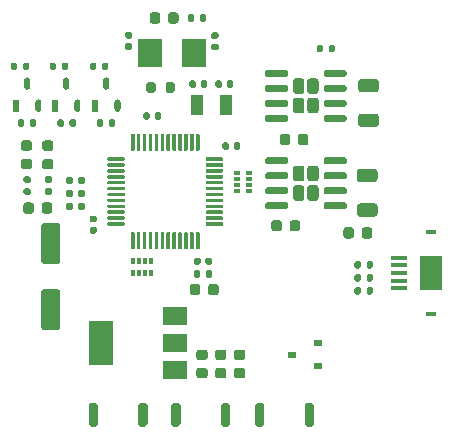
<source format=gbr>
G04 #@! TF.GenerationSoftware,KiCad,Pcbnew,(5.1.7)-1*
G04 #@! TF.CreationDate,2020-12-09T20:39:25+01:00*
G04 #@! TF.ProjectId,Stepper Servo,53746570-7065-4722-9053-6572766f2e6b,v1.0*
G04 #@! TF.SameCoordinates,Original*
G04 #@! TF.FileFunction,Paste,Top*
G04 #@! TF.FilePolarity,Positive*
%FSLAX46Y46*%
G04 Gerber Fmt 4.6, Leading zero omitted, Abs format (unit mm)*
G04 Created by KiCad (PCBNEW (5.1.7)-1) date 2020-12-09 20:39:25*
%MOMM*%
%LPD*%
G01*
G04 APERTURE LIST*
%ADD10R,1.350000X0.400000*%
%ADD11R,1.900000X2.900000*%
%ADD12R,0.850000X0.300000*%
%ADD13R,0.750001X0.599999*%
%ADD14R,0.537986X1.074609*%
%ADD15R,0.400000X0.500000*%
%ADD16R,0.300000X0.500000*%
%ADD17R,0.500000X0.400000*%
%ADD18R,0.500000X0.300000*%
%ADD19R,2.000000X3.800000*%
%ADD20R,2.000000X1.500000*%
%ADD21R,1.000000X1.800000*%
%ADD22R,2.000000X2.400000*%
G04 APERTURE END LIST*
G36*
G01*
X176450000Y-80550000D02*
X177550000Y-80550000D01*
G75*
G02*
X177800000Y-80800000I0J-250000D01*
G01*
X177800000Y-83800000D01*
G75*
G02*
X177550000Y-84050000I-250000J0D01*
G01*
X176450000Y-84050000D01*
G75*
G02*
X176200000Y-83800000I0J250000D01*
G01*
X176200000Y-80800000D01*
G75*
G02*
X176450000Y-80550000I250000J0D01*
G01*
G37*
G36*
G01*
X176450000Y-74950000D02*
X177550000Y-74950000D01*
G75*
G02*
X177800000Y-75200000I0J-250000D01*
G01*
X177800000Y-78200000D01*
G75*
G02*
X177550000Y-78450000I-250000J0D01*
G01*
X176450000Y-78450000D01*
G75*
G02*
X176200000Y-78200000I0J250000D01*
G01*
X176200000Y-75200000D01*
G75*
G02*
X176450000Y-74950000I250000J0D01*
G01*
G37*
G36*
G01*
X178860000Y-73365000D02*
X178860000Y-73735000D01*
G75*
G02*
X178725000Y-73870000I-135000J0D01*
G01*
X178455000Y-73870000D01*
G75*
G02*
X178320000Y-73735000I0J135000D01*
G01*
X178320000Y-73365000D01*
G75*
G02*
X178455000Y-73230000I135000J0D01*
G01*
X178725000Y-73230000D01*
G75*
G02*
X178860000Y-73365000I0J-135000D01*
G01*
G37*
G36*
G01*
X179880000Y-73365000D02*
X179880000Y-73735000D01*
G75*
G02*
X179745000Y-73870000I-135000J0D01*
G01*
X179475000Y-73870000D01*
G75*
G02*
X179340000Y-73735000I0J135000D01*
G01*
X179340000Y-73365000D01*
G75*
G02*
X179475000Y-73230000I135000J0D01*
G01*
X179745000Y-73230000D01*
G75*
G02*
X179880000Y-73365000I0J-135000D01*
G01*
G37*
G36*
G01*
X179340000Y-71535000D02*
X179340000Y-71165000D01*
G75*
G02*
X179475000Y-71030000I135000J0D01*
G01*
X179745000Y-71030000D01*
G75*
G02*
X179880000Y-71165000I0J-135000D01*
G01*
X179880000Y-71535000D01*
G75*
G02*
X179745000Y-71670000I-135000J0D01*
G01*
X179475000Y-71670000D01*
G75*
G02*
X179340000Y-71535000I0J135000D01*
G01*
G37*
G36*
G01*
X178320000Y-71535000D02*
X178320000Y-71165000D01*
G75*
G02*
X178455000Y-71030000I135000J0D01*
G01*
X178725000Y-71030000D01*
G75*
G02*
X178860000Y-71165000I0J-135000D01*
G01*
X178860000Y-71535000D01*
G75*
G02*
X178725000Y-71670000I-135000J0D01*
G01*
X178455000Y-71670000D01*
G75*
G02*
X178320000Y-71535000I0J135000D01*
G01*
G37*
G36*
G01*
X179340000Y-72635000D02*
X179340000Y-72265000D01*
G75*
G02*
X179475000Y-72130000I135000J0D01*
G01*
X179745000Y-72130000D01*
G75*
G02*
X179880000Y-72265000I0J-135000D01*
G01*
X179880000Y-72635000D01*
G75*
G02*
X179745000Y-72770000I-135000J0D01*
G01*
X179475000Y-72770000D01*
G75*
G02*
X179340000Y-72635000I0J135000D01*
G01*
G37*
G36*
G01*
X178320000Y-72635000D02*
X178320000Y-72265000D01*
G75*
G02*
X178455000Y-72130000I135000J0D01*
G01*
X178725000Y-72130000D01*
G75*
G02*
X178860000Y-72265000I0J-135000D01*
G01*
X178860000Y-72635000D01*
G75*
G02*
X178725000Y-72770000I-135000J0D01*
G01*
X178455000Y-72770000D01*
G75*
G02*
X178320000Y-72635000I0J135000D01*
G01*
G37*
G36*
G01*
X177006250Y-68850000D02*
X176493750Y-68850000D01*
G75*
G02*
X176275000Y-68631250I0J218750D01*
G01*
X176275000Y-68193750D01*
G75*
G02*
X176493750Y-67975000I218750J0D01*
G01*
X177006250Y-67975000D01*
G75*
G02*
X177225000Y-68193750I0J-218750D01*
G01*
X177225000Y-68631250D01*
G75*
G02*
X177006250Y-68850000I-218750J0D01*
G01*
G37*
G36*
G01*
X177006250Y-70425000D02*
X176493750Y-70425000D01*
G75*
G02*
X176275000Y-70206250I0J218750D01*
G01*
X176275000Y-69768750D01*
G75*
G02*
X176493750Y-69550000I218750J0D01*
G01*
X177006250Y-69550000D01*
G75*
G02*
X177225000Y-69768750I0J-218750D01*
G01*
X177225000Y-70206250D01*
G75*
G02*
X177006250Y-70425000I-218750J0D01*
G01*
G37*
G36*
G01*
X174693750Y-69550000D02*
X175206250Y-69550000D01*
G75*
G02*
X175425000Y-69768750I0J-218750D01*
G01*
X175425000Y-70206250D01*
G75*
G02*
X175206250Y-70425000I-218750J0D01*
G01*
X174693750Y-70425000D01*
G75*
G02*
X174475000Y-70206250I0J218750D01*
G01*
X174475000Y-69768750D01*
G75*
G02*
X174693750Y-69550000I218750J0D01*
G01*
G37*
G36*
G01*
X174693750Y-67975000D02*
X175206250Y-67975000D01*
G75*
G02*
X175425000Y-68193750I0J-218750D01*
G01*
X175425000Y-68631250D01*
G75*
G02*
X175206250Y-68850000I-218750J0D01*
G01*
X174693750Y-68850000D01*
G75*
G02*
X174475000Y-68631250I0J218750D01*
G01*
X174475000Y-68193750D01*
G75*
G02*
X174693750Y-67975000I218750J0D01*
G01*
G37*
G36*
G01*
X194300000Y-92000000D02*
X194300000Y-90400000D01*
G75*
G02*
X194500000Y-90200000I200000J0D01*
G01*
X194900000Y-90200000D01*
G75*
G02*
X195100000Y-90400000I0J-200000D01*
G01*
X195100000Y-92000000D01*
G75*
G02*
X194900000Y-92200000I-200000J0D01*
G01*
X194500000Y-92200000D01*
G75*
G02*
X194300000Y-92000000I0J200000D01*
G01*
G37*
G36*
G01*
X198500000Y-92000000D02*
X198500000Y-90400000D01*
G75*
G02*
X198700000Y-90200000I200000J0D01*
G01*
X199100000Y-90200000D01*
G75*
G02*
X199300000Y-90400000I0J-200000D01*
G01*
X199300000Y-92000000D01*
G75*
G02*
X199100000Y-92200000I-200000J0D01*
G01*
X198700000Y-92200000D01*
G75*
G02*
X198500000Y-92000000I0J200000D01*
G01*
G37*
G36*
G01*
X187200000Y-92000000D02*
X187200000Y-90400000D01*
G75*
G02*
X187400000Y-90200000I200000J0D01*
G01*
X187800000Y-90200000D01*
G75*
G02*
X188000000Y-90400000I0J-200000D01*
G01*
X188000000Y-92000000D01*
G75*
G02*
X187800000Y-92200000I-200000J0D01*
G01*
X187400000Y-92200000D01*
G75*
G02*
X187200000Y-92000000I0J200000D01*
G01*
G37*
G36*
G01*
X191400000Y-92000000D02*
X191400000Y-90400000D01*
G75*
G02*
X191600000Y-90200000I200000J0D01*
G01*
X192000000Y-90200000D01*
G75*
G02*
X192200000Y-90400000I0J-200000D01*
G01*
X192200000Y-92000000D01*
G75*
G02*
X192000000Y-92200000I-200000J0D01*
G01*
X191600000Y-92200000D01*
G75*
G02*
X191400000Y-92000000I0J200000D01*
G01*
G37*
G36*
G01*
X185200000Y-90400000D02*
X185200000Y-92000000D01*
G75*
G02*
X185000000Y-92200000I-200000J0D01*
G01*
X184600000Y-92200000D01*
G75*
G02*
X184400000Y-92000000I0J200000D01*
G01*
X184400000Y-90400000D01*
G75*
G02*
X184600000Y-90200000I200000J0D01*
G01*
X185000000Y-90200000D01*
G75*
G02*
X185200000Y-90400000I0J-200000D01*
G01*
G37*
G36*
G01*
X181000000Y-90400000D02*
X181000000Y-92000000D01*
G75*
G02*
X180800000Y-92200000I-200000J0D01*
G01*
X180400000Y-92200000D01*
G75*
G02*
X180200000Y-92000000I0J200000D01*
G01*
X180200000Y-90400000D01*
G75*
G02*
X180400000Y-90200000I200000J0D01*
G01*
X180800000Y-90200000D01*
G75*
G02*
X181000000Y-90400000I0J-200000D01*
G01*
G37*
G36*
G01*
X174640000Y-61885000D02*
X174640000Y-61515000D01*
G75*
G02*
X174775000Y-61380000I135000J0D01*
G01*
X175045000Y-61380000D01*
G75*
G02*
X175180000Y-61515000I0J-135000D01*
G01*
X175180000Y-61885000D01*
G75*
G02*
X175045000Y-62020000I-135000J0D01*
G01*
X174775000Y-62020000D01*
G75*
G02*
X174640000Y-61885000I0J135000D01*
G01*
G37*
G36*
G01*
X173620000Y-61885000D02*
X173620000Y-61515000D01*
G75*
G02*
X173755000Y-61380000I135000J0D01*
G01*
X174025000Y-61380000D01*
G75*
G02*
X174160000Y-61515000I0J-135000D01*
G01*
X174160000Y-61885000D01*
G75*
G02*
X174025000Y-62020000I-135000J0D01*
G01*
X173755000Y-62020000D01*
G75*
G02*
X173620000Y-61885000I0J135000D01*
G01*
G37*
G36*
G01*
X175240000Y-66685000D02*
X175240000Y-66315000D01*
G75*
G02*
X175375000Y-66180000I135000J0D01*
G01*
X175645000Y-66180000D01*
G75*
G02*
X175780000Y-66315000I0J-135000D01*
G01*
X175780000Y-66685000D01*
G75*
G02*
X175645000Y-66820000I-135000J0D01*
G01*
X175375000Y-66820000D01*
G75*
G02*
X175240000Y-66685000I0J135000D01*
G01*
G37*
G36*
G01*
X174220000Y-66685000D02*
X174220000Y-66315000D01*
G75*
G02*
X174355000Y-66180000I135000J0D01*
G01*
X174625000Y-66180000D01*
G75*
G02*
X174760000Y-66315000I0J-135000D01*
G01*
X174760000Y-66685000D01*
G75*
G02*
X174625000Y-66820000I-135000J0D01*
G01*
X174355000Y-66820000D01*
G75*
G02*
X174220000Y-66685000I0J135000D01*
G01*
G37*
G36*
G01*
X181340000Y-61885000D02*
X181340000Y-61515000D01*
G75*
G02*
X181475000Y-61380000I135000J0D01*
G01*
X181745000Y-61380000D01*
G75*
G02*
X181880000Y-61515000I0J-135000D01*
G01*
X181880000Y-61885000D01*
G75*
G02*
X181745000Y-62020000I-135000J0D01*
G01*
X181475000Y-62020000D01*
G75*
G02*
X181340000Y-61885000I0J135000D01*
G01*
G37*
G36*
G01*
X180320000Y-61885000D02*
X180320000Y-61515000D01*
G75*
G02*
X180455000Y-61380000I135000J0D01*
G01*
X180725000Y-61380000D01*
G75*
G02*
X180860000Y-61515000I0J-135000D01*
G01*
X180860000Y-61885000D01*
G75*
G02*
X180725000Y-62020000I-135000J0D01*
G01*
X180455000Y-62020000D01*
G75*
G02*
X180320000Y-61885000I0J135000D01*
G01*
G37*
G36*
G01*
X181940000Y-66685000D02*
X181940000Y-66315000D01*
G75*
G02*
X182075000Y-66180000I135000J0D01*
G01*
X182345000Y-66180000D01*
G75*
G02*
X182480000Y-66315000I0J-135000D01*
G01*
X182480000Y-66685000D01*
G75*
G02*
X182345000Y-66820000I-135000J0D01*
G01*
X182075000Y-66820000D01*
G75*
G02*
X181940000Y-66685000I0J135000D01*
G01*
G37*
G36*
G01*
X180920000Y-66685000D02*
X180920000Y-66315000D01*
G75*
G02*
X181055000Y-66180000I135000J0D01*
G01*
X181325000Y-66180000D01*
G75*
G02*
X181460000Y-66315000I0J-135000D01*
G01*
X181460000Y-66685000D01*
G75*
G02*
X181325000Y-66820000I-135000J0D01*
G01*
X181055000Y-66820000D01*
G75*
G02*
X180920000Y-66685000I0J135000D01*
G01*
G37*
G36*
G01*
X177940000Y-61885000D02*
X177940000Y-61515000D01*
G75*
G02*
X178075000Y-61380000I135000J0D01*
G01*
X178345000Y-61380000D01*
G75*
G02*
X178480000Y-61515000I0J-135000D01*
G01*
X178480000Y-61885000D01*
G75*
G02*
X178345000Y-62020000I-135000J0D01*
G01*
X178075000Y-62020000D01*
G75*
G02*
X177940000Y-61885000I0J135000D01*
G01*
G37*
G36*
G01*
X176920000Y-61885000D02*
X176920000Y-61515000D01*
G75*
G02*
X177055000Y-61380000I135000J0D01*
G01*
X177325000Y-61380000D01*
G75*
G02*
X177460000Y-61515000I0J-135000D01*
G01*
X177460000Y-61885000D01*
G75*
G02*
X177325000Y-62020000I-135000J0D01*
G01*
X177055000Y-62020000D01*
G75*
G02*
X176920000Y-61885000I0J135000D01*
G01*
G37*
G36*
G01*
X178590000Y-66685000D02*
X178590000Y-66315000D01*
G75*
G02*
X178725000Y-66180000I135000J0D01*
G01*
X178995000Y-66180000D01*
G75*
G02*
X179130000Y-66315000I0J-135000D01*
G01*
X179130000Y-66685000D01*
G75*
G02*
X178995000Y-66820000I-135000J0D01*
G01*
X178725000Y-66820000D01*
G75*
G02*
X178590000Y-66685000I0J135000D01*
G01*
G37*
G36*
G01*
X177570000Y-66685000D02*
X177570000Y-66315000D01*
G75*
G02*
X177705000Y-66180000I135000J0D01*
G01*
X177975000Y-66180000D01*
G75*
G02*
X178110000Y-66315000I0J-135000D01*
G01*
X178110000Y-66685000D01*
G75*
G02*
X177975000Y-66820000I-135000J0D01*
G01*
X177705000Y-66820000D01*
G75*
G02*
X177570000Y-66685000I0J135000D01*
G01*
G37*
G36*
G01*
X189160000Y-57415000D02*
X189160000Y-57785000D01*
G75*
G02*
X189025000Y-57920000I-135000J0D01*
G01*
X188755000Y-57920000D01*
G75*
G02*
X188620000Y-57785000I0J135000D01*
G01*
X188620000Y-57415000D01*
G75*
G02*
X188755000Y-57280000I135000J0D01*
G01*
X189025000Y-57280000D01*
G75*
G02*
X189160000Y-57415000I0J-135000D01*
G01*
G37*
G36*
G01*
X190180000Y-57415000D02*
X190180000Y-57785000D01*
G75*
G02*
X190045000Y-57920000I-135000J0D01*
G01*
X189775000Y-57920000D01*
G75*
G02*
X189640000Y-57785000I0J135000D01*
G01*
X189640000Y-57415000D01*
G75*
G02*
X189775000Y-57280000I135000J0D01*
G01*
X190045000Y-57280000D01*
G75*
G02*
X190180000Y-57415000I0J-135000D01*
G01*
G37*
G36*
G01*
X176985000Y-71560000D02*
X176615000Y-71560000D01*
G75*
G02*
X176480000Y-71425000I0J135000D01*
G01*
X176480000Y-71155000D01*
G75*
G02*
X176615000Y-71020000I135000J0D01*
G01*
X176985000Y-71020000D01*
G75*
G02*
X177120000Y-71155000I0J-135000D01*
G01*
X177120000Y-71425000D01*
G75*
G02*
X176985000Y-71560000I-135000J0D01*
G01*
G37*
G36*
G01*
X176985000Y-72580000D02*
X176615000Y-72580000D01*
G75*
G02*
X176480000Y-72445000I0J135000D01*
G01*
X176480000Y-72175000D01*
G75*
G02*
X176615000Y-72040000I135000J0D01*
G01*
X176985000Y-72040000D01*
G75*
G02*
X177120000Y-72175000I0J-135000D01*
G01*
X177120000Y-72445000D01*
G75*
G02*
X176985000Y-72580000I-135000J0D01*
G01*
G37*
G36*
G01*
X174815000Y-72040000D02*
X175185000Y-72040000D01*
G75*
G02*
X175320000Y-72175000I0J-135000D01*
G01*
X175320000Y-72445000D01*
G75*
G02*
X175185000Y-72580000I-135000J0D01*
G01*
X174815000Y-72580000D01*
G75*
G02*
X174680000Y-72445000I0J135000D01*
G01*
X174680000Y-72175000D01*
G75*
G02*
X174815000Y-72040000I135000J0D01*
G01*
G37*
G36*
G01*
X174815000Y-71020000D02*
X175185000Y-71020000D01*
G75*
G02*
X175320000Y-71155000I0J-135000D01*
G01*
X175320000Y-71425000D01*
G75*
G02*
X175185000Y-71560000I-135000J0D01*
G01*
X174815000Y-71560000D01*
G75*
G02*
X174680000Y-71425000I0J135000D01*
G01*
X174680000Y-71155000D01*
G75*
G02*
X174815000Y-71020000I135000J0D01*
G01*
G37*
G36*
G01*
X190140000Y-79485000D02*
X190140000Y-79115000D01*
G75*
G02*
X190275000Y-78980000I135000J0D01*
G01*
X190545000Y-78980000D01*
G75*
G02*
X190680000Y-79115000I0J-135000D01*
G01*
X190680000Y-79485000D01*
G75*
G02*
X190545000Y-79620000I-135000J0D01*
G01*
X190275000Y-79620000D01*
G75*
G02*
X190140000Y-79485000I0J135000D01*
G01*
G37*
G36*
G01*
X189120000Y-79485000D02*
X189120000Y-79115000D01*
G75*
G02*
X189255000Y-78980000I135000J0D01*
G01*
X189525000Y-78980000D01*
G75*
G02*
X189660000Y-79115000I0J-135000D01*
G01*
X189660000Y-79485000D01*
G75*
G02*
X189525000Y-79620000I-135000J0D01*
G01*
X189255000Y-79620000D01*
G75*
G02*
X189120000Y-79485000I0J135000D01*
G01*
G37*
G36*
G01*
X200540000Y-60385000D02*
X200540000Y-60015000D01*
G75*
G02*
X200675000Y-59880000I135000J0D01*
G01*
X200945000Y-59880000D01*
G75*
G02*
X201080000Y-60015000I0J-135000D01*
G01*
X201080000Y-60385000D01*
G75*
G02*
X200945000Y-60520000I-135000J0D01*
G01*
X200675000Y-60520000D01*
G75*
G02*
X200540000Y-60385000I0J135000D01*
G01*
G37*
G36*
G01*
X199520000Y-60385000D02*
X199520000Y-60015000D01*
G75*
G02*
X199655000Y-59880000I135000J0D01*
G01*
X199925000Y-59880000D01*
G75*
G02*
X200060000Y-60015000I0J-135000D01*
G01*
X200060000Y-60385000D01*
G75*
G02*
X199925000Y-60520000I-135000J0D01*
G01*
X199655000Y-60520000D01*
G75*
G02*
X199520000Y-60385000I0J135000D01*
G01*
G37*
G36*
G01*
X183770000Y-59350000D02*
X183430000Y-59350000D01*
G75*
G02*
X183290000Y-59210000I0J140000D01*
G01*
X183290000Y-58930000D01*
G75*
G02*
X183430000Y-58790000I140000J0D01*
G01*
X183770000Y-58790000D01*
G75*
G02*
X183910000Y-58930000I0J-140000D01*
G01*
X183910000Y-59210000D01*
G75*
G02*
X183770000Y-59350000I-140000J0D01*
G01*
G37*
G36*
G01*
X183770000Y-60310000D02*
X183430000Y-60310000D01*
G75*
G02*
X183290000Y-60170000I0J140000D01*
G01*
X183290000Y-59890000D01*
G75*
G02*
X183430000Y-59750000I140000J0D01*
G01*
X183770000Y-59750000D01*
G75*
G02*
X183910000Y-59890000I0J-140000D01*
G01*
X183910000Y-60170000D01*
G75*
G02*
X183770000Y-60310000I-140000J0D01*
G01*
G37*
G36*
G01*
X191070000Y-59380000D02*
X190730000Y-59380000D01*
G75*
G02*
X190590000Y-59240000I0J140000D01*
G01*
X190590000Y-58960000D01*
G75*
G02*
X190730000Y-58820000I140000J0D01*
G01*
X191070000Y-58820000D01*
G75*
G02*
X191210000Y-58960000I0J-140000D01*
G01*
X191210000Y-59240000D01*
G75*
G02*
X191070000Y-59380000I-140000J0D01*
G01*
G37*
G36*
G01*
X191070000Y-60340000D02*
X190730000Y-60340000D01*
G75*
G02*
X190590000Y-60200000I0J140000D01*
G01*
X190590000Y-59920000D01*
G75*
G02*
X190730000Y-59780000I140000J0D01*
G01*
X191070000Y-59780000D01*
G75*
G02*
X191210000Y-59920000I0J-140000D01*
G01*
X191210000Y-60200000D01*
G75*
G02*
X191070000Y-60340000I-140000J0D01*
G01*
G37*
G36*
G01*
X203260000Y-80515000D02*
X203260000Y-80885000D01*
G75*
G02*
X203125000Y-81020000I-135000J0D01*
G01*
X202855000Y-81020000D01*
G75*
G02*
X202720000Y-80885000I0J135000D01*
G01*
X202720000Y-80515000D01*
G75*
G02*
X202855000Y-80380000I135000J0D01*
G01*
X203125000Y-80380000D01*
G75*
G02*
X203260000Y-80515000I0J-135000D01*
G01*
G37*
G36*
G01*
X204280000Y-80515000D02*
X204280000Y-80885000D01*
G75*
G02*
X204145000Y-81020000I-135000J0D01*
G01*
X203875000Y-81020000D01*
G75*
G02*
X203740000Y-80885000I0J135000D01*
G01*
X203740000Y-80515000D01*
G75*
G02*
X203875000Y-80380000I135000J0D01*
G01*
X204145000Y-80380000D01*
G75*
G02*
X204280000Y-80515000I0J-135000D01*
G01*
G37*
G36*
G01*
X203740000Y-79785000D02*
X203740000Y-79415000D01*
G75*
G02*
X203875000Y-79280000I135000J0D01*
G01*
X204145000Y-79280000D01*
G75*
G02*
X204280000Y-79415000I0J-135000D01*
G01*
X204280000Y-79785000D01*
G75*
G02*
X204145000Y-79920000I-135000J0D01*
G01*
X203875000Y-79920000D01*
G75*
G02*
X203740000Y-79785000I0J135000D01*
G01*
G37*
G36*
G01*
X202720000Y-79785000D02*
X202720000Y-79415000D01*
G75*
G02*
X202855000Y-79280000I135000J0D01*
G01*
X203125000Y-79280000D01*
G75*
G02*
X203260000Y-79415000I0J-135000D01*
G01*
X203260000Y-79785000D01*
G75*
G02*
X203125000Y-79920000I-135000J0D01*
G01*
X202855000Y-79920000D01*
G75*
G02*
X202720000Y-79785000I0J135000D01*
G01*
G37*
G36*
G01*
X203260000Y-78315000D02*
X203260000Y-78685000D01*
G75*
G02*
X203125000Y-78820000I-135000J0D01*
G01*
X202855000Y-78820000D01*
G75*
G02*
X202720000Y-78685000I0J135000D01*
G01*
X202720000Y-78315000D01*
G75*
G02*
X202855000Y-78180000I135000J0D01*
G01*
X203125000Y-78180000D01*
G75*
G02*
X203260000Y-78315000I0J-135000D01*
G01*
G37*
G36*
G01*
X204280000Y-78315000D02*
X204280000Y-78685000D01*
G75*
G02*
X204145000Y-78820000I-135000J0D01*
G01*
X203875000Y-78820000D01*
G75*
G02*
X203740000Y-78685000I0J135000D01*
G01*
X203740000Y-78315000D01*
G75*
G02*
X203875000Y-78180000I135000J0D01*
G01*
X204145000Y-78180000D01*
G75*
G02*
X204280000Y-78315000I0J-135000D01*
G01*
G37*
G36*
G01*
X190100000Y-78370000D02*
X190100000Y-78030000D01*
G75*
G02*
X190240000Y-77890000I140000J0D01*
G01*
X190520000Y-77890000D01*
G75*
G02*
X190660000Y-78030000I0J-140000D01*
G01*
X190660000Y-78370000D01*
G75*
G02*
X190520000Y-78510000I-140000J0D01*
G01*
X190240000Y-78510000D01*
G75*
G02*
X190100000Y-78370000I0J140000D01*
G01*
G37*
G36*
G01*
X189140000Y-78370000D02*
X189140000Y-78030000D01*
G75*
G02*
X189280000Y-77890000I140000J0D01*
G01*
X189560000Y-77890000D01*
G75*
G02*
X189700000Y-78030000I0J-140000D01*
G01*
X189700000Y-78370000D01*
G75*
G02*
X189560000Y-78510000I-140000J0D01*
G01*
X189280000Y-78510000D01*
G75*
G02*
X189140000Y-78370000I0J140000D01*
G01*
G37*
G36*
G01*
X185400000Y-65730000D02*
X185400000Y-66070000D01*
G75*
G02*
X185260000Y-66210000I-140000J0D01*
G01*
X184980000Y-66210000D01*
G75*
G02*
X184840000Y-66070000I0J140000D01*
G01*
X184840000Y-65730000D01*
G75*
G02*
X184980000Y-65590000I140000J0D01*
G01*
X185260000Y-65590000D01*
G75*
G02*
X185400000Y-65730000I0J-140000D01*
G01*
G37*
G36*
G01*
X186360000Y-65730000D02*
X186360000Y-66070000D01*
G75*
G02*
X186220000Y-66210000I-140000J0D01*
G01*
X185940000Y-66210000D01*
G75*
G02*
X185800000Y-66070000I0J140000D01*
G01*
X185800000Y-65730000D01*
G75*
G02*
X185940000Y-65590000I140000J0D01*
G01*
X186220000Y-65590000D01*
G75*
G02*
X186360000Y-65730000I0J-140000D01*
G01*
G37*
G36*
G01*
X192100000Y-68280000D02*
X192100000Y-68620000D01*
G75*
G02*
X191960000Y-68760000I-140000J0D01*
G01*
X191680000Y-68760000D01*
G75*
G02*
X191540000Y-68620000I0J140000D01*
G01*
X191540000Y-68280000D01*
G75*
G02*
X191680000Y-68140000I140000J0D01*
G01*
X191960000Y-68140000D01*
G75*
G02*
X192100000Y-68280000I0J-140000D01*
G01*
G37*
G36*
G01*
X193060000Y-68280000D02*
X193060000Y-68620000D01*
G75*
G02*
X192920000Y-68760000I-140000J0D01*
G01*
X192640000Y-68760000D01*
G75*
G02*
X192500000Y-68620000I0J140000D01*
G01*
X192500000Y-68280000D01*
G75*
G02*
X192640000Y-68140000I140000J0D01*
G01*
X192920000Y-68140000D01*
G75*
G02*
X193060000Y-68280000I0J-140000D01*
G01*
G37*
G36*
G01*
X180430000Y-75300000D02*
X180770000Y-75300000D01*
G75*
G02*
X180910000Y-75440000I0J-140000D01*
G01*
X180910000Y-75720000D01*
G75*
G02*
X180770000Y-75860000I-140000J0D01*
G01*
X180430000Y-75860000D01*
G75*
G02*
X180290000Y-75720000I0J140000D01*
G01*
X180290000Y-75440000D01*
G75*
G02*
X180430000Y-75300000I140000J0D01*
G01*
G37*
G36*
G01*
X180430000Y-74340000D02*
X180770000Y-74340000D01*
G75*
G02*
X180910000Y-74480000I0J-140000D01*
G01*
X180910000Y-74760000D01*
G75*
G02*
X180770000Y-74900000I-140000J0D01*
G01*
X180430000Y-74900000D01*
G75*
G02*
X180290000Y-74760000I0J140000D01*
G01*
X180290000Y-74480000D01*
G75*
G02*
X180430000Y-74340000I140000J0D01*
G01*
G37*
D10*
X206525000Y-80500000D03*
X206525000Y-79850000D03*
X206525000Y-79200000D03*
X206525000Y-77900000D03*
X206525000Y-78550000D03*
D11*
X209200000Y-79200000D03*
D12*
X209200000Y-75700000D03*
X209200000Y-82700000D03*
G36*
G01*
X203325000Y-76050000D02*
X203325000Y-75550000D01*
G75*
G02*
X203550000Y-75325000I225000J0D01*
G01*
X204000000Y-75325000D01*
G75*
G02*
X204225000Y-75550000I0J-225000D01*
G01*
X204225000Y-76050000D01*
G75*
G02*
X204000000Y-76275000I-225000J0D01*
G01*
X203550000Y-76275000D01*
G75*
G02*
X203325000Y-76050000I0J225000D01*
G01*
G37*
G36*
G01*
X201775000Y-76050000D02*
X201775000Y-75550000D01*
G75*
G02*
X202000000Y-75325000I225000J0D01*
G01*
X202450000Y-75325000D01*
G75*
G02*
X202675000Y-75550000I0J-225000D01*
G01*
X202675000Y-76050000D01*
G75*
G02*
X202450000Y-76275000I-225000J0D01*
G01*
X202000000Y-76275000D01*
G75*
G02*
X201775000Y-76050000I0J225000D01*
G01*
G37*
G36*
G01*
X198825000Y-67650000D02*
X198825000Y-68150000D01*
G75*
G02*
X198600000Y-68375000I-225000J0D01*
G01*
X198150000Y-68375000D01*
G75*
G02*
X197925000Y-68150000I0J225000D01*
G01*
X197925000Y-67650000D01*
G75*
G02*
X198150000Y-67425000I225000J0D01*
G01*
X198600000Y-67425000D01*
G75*
G02*
X198825000Y-67650000I0J-225000D01*
G01*
G37*
G36*
G01*
X197275000Y-67650000D02*
X197275000Y-68150000D01*
G75*
G02*
X197050000Y-68375000I-225000J0D01*
G01*
X196600000Y-68375000D01*
G75*
G02*
X196375000Y-68150000I0J225000D01*
G01*
X196375000Y-67650000D01*
G75*
G02*
X196600000Y-67425000I225000J0D01*
G01*
X197050000Y-67425000D01*
G75*
G02*
X197275000Y-67650000I0J-225000D01*
G01*
G37*
G36*
G01*
X196575000Y-74950000D02*
X196575000Y-75450000D01*
G75*
G02*
X196350000Y-75675000I-225000J0D01*
G01*
X195900000Y-75675000D01*
G75*
G02*
X195675000Y-75450000I0J225000D01*
G01*
X195675000Y-74950000D01*
G75*
G02*
X195900000Y-74725000I225000J0D01*
G01*
X196350000Y-74725000D01*
G75*
G02*
X196575000Y-74950000I0J-225000D01*
G01*
G37*
G36*
G01*
X198125000Y-74950000D02*
X198125000Y-75450000D01*
G75*
G02*
X197900000Y-75675000I-225000J0D01*
G01*
X197450000Y-75675000D01*
G75*
G02*
X197225000Y-75450000I0J225000D01*
G01*
X197225000Y-74950000D01*
G75*
G02*
X197450000Y-74725000I225000J0D01*
G01*
X197900000Y-74725000D01*
G75*
G02*
X198125000Y-74950000I0J-225000D01*
G01*
G37*
G36*
G01*
X192460000Y-63030000D02*
X192460000Y-63370000D01*
G75*
G02*
X192320000Y-63510000I-140000J0D01*
G01*
X192040000Y-63510000D01*
G75*
G02*
X191900000Y-63370000I0J140000D01*
G01*
X191900000Y-63030000D01*
G75*
G02*
X192040000Y-62890000I140000J0D01*
G01*
X192320000Y-62890000D01*
G75*
G02*
X192460000Y-63030000I0J-140000D01*
G01*
G37*
G36*
G01*
X191500000Y-63030000D02*
X191500000Y-63370000D01*
G75*
G02*
X191360000Y-63510000I-140000J0D01*
G01*
X191080000Y-63510000D01*
G75*
G02*
X190940000Y-63370000I0J140000D01*
G01*
X190940000Y-63030000D01*
G75*
G02*
X191080000Y-62890000I140000J0D01*
G01*
X191360000Y-62890000D01*
G75*
G02*
X191500000Y-63030000I0J-140000D01*
G01*
G37*
G36*
G01*
X189700000Y-63370000D02*
X189700000Y-63030000D01*
G75*
G02*
X189840000Y-62890000I140000J0D01*
G01*
X190120000Y-62890000D01*
G75*
G02*
X190260000Y-63030000I0J-140000D01*
G01*
X190260000Y-63370000D01*
G75*
G02*
X190120000Y-63510000I-140000J0D01*
G01*
X189840000Y-63510000D01*
G75*
G02*
X189700000Y-63370000I0J140000D01*
G01*
G37*
G36*
G01*
X188740000Y-63370000D02*
X188740000Y-63030000D01*
G75*
G02*
X188880000Y-62890000I140000J0D01*
G01*
X189160000Y-62890000D01*
G75*
G02*
X189300000Y-63030000I0J-140000D01*
G01*
X189300000Y-63370000D01*
G75*
G02*
X189160000Y-63510000I-140000J0D01*
G01*
X188880000Y-63510000D01*
G75*
G02*
X188740000Y-63370000I0J140000D01*
G01*
G37*
G36*
G01*
X188775000Y-80850000D02*
X188775000Y-80350000D01*
G75*
G02*
X189000000Y-80125000I225000J0D01*
G01*
X189450000Y-80125000D01*
G75*
G02*
X189675000Y-80350000I0J-225000D01*
G01*
X189675000Y-80850000D01*
G75*
G02*
X189450000Y-81075000I-225000J0D01*
G01*
X189000000Y-81075000D01*
G75*
G02*
X188775000Y-80850000I0J225000D01*
G01*
G37*
G36*
G01*
X190325000Y-80850000D02*
X190325000Y-80350000D01*
G75*
G02*
X190550000Y-80125000I225000J0D01*
G01*
X191000000Y-80125000D01*
G75*
G02*
X191225000Y-80350000I0J-225000D01*
G01*
X191225000Y-80850000D01*
G75*
G02*
X191000000Y-81075000I-225000J0D01*
G01*
X190550000Y-81075000D01*
G75*
G02*
X190325000Y-80850000I0J225000D01*
G01*
G37*
G36*
G01*
X185375000Y-57850000D02*
X185375000Y-57350000D01*
G75*
G02*
X185600000Y-57125000I225000J0D01*
G01*
X186050000Y-57125000D01*
G75*
G02*
X186275000Y-57350000I0J-225000D01*
G01*
X186275000Y-57850000D01*
G75*
G02*
X186050000Y-58075000I-225000J0D01*
G01*
X185600000Y-58075000D01*
G75*
G02*
X185375000Y-57850000I0J225000D01*
G01*
G37*
G36*
G01*
X186925000Y-57850000D02*
X186925000Y-57350000D01*
G75*
G02*
X187150000Y-57125000I225000J0D01*
G01*
X187600000Y-57125000D01*
G75*
G02*
X187825000Y-57350000I0J-225000D01*
G01*
X187825000Y-57850000D01*
G75*
G02*
X187600000Y-58075000I-225000J0D01*
G01*
X187150000Y-58075000D01*
G75*
G02*
X186925000Y-57850000I0J225000D01*
G01*
G37*
G36*
G01*
X193250000Y-88125000D02*
X192750000Y-88125000D01*
G75*
G02*
X192525000Y-87900000I0J225000D01*
G01*
X192525000Y-87450000D01*
G75*
G02*
X192750000Y-87225000I225000J0D01*
G01*
X193250000Y-87225000D01*
G75*
G02*
X193475000Y-87450000I0J-225000D01*
G01*
X193475000Y-87900000D01*
G75*
G02*
X193250000Y-88125000I-225000J0D01*
G01*
G37*
G36*
G01*
X193250000Y-86575000D02*
X192750000Y-86575000D01*
G75*
G02*
X192525000Y-86350000I0J225000D01*
G01*
X192525000Y-85900000D01*
G75*
G02*
X192750000Y-85675000I225000J0D01*
G01*
X193250000Y-85675000D01*
G75*
G02*
X193475000Y-85900000I0J-225000D01*
G01*
X193475000Y-86350000D01*
G75*
G02*
X193250000Y-86575000I-225000J0D01*
G01*
G37*
G36*
G01*
X191650000Y-86575000D02*
X191150000Y-86575000D01*
G75*
G02*
X190925000Y-86350000I0J225000D01*
G01*
X190925000Y-85900000D01*
G75*
G02*
X191150000Y-85675000I225000J0D01*
G01*
X191650000Y-85675000D01*
G75*
G02*
X191875000Y-85900000I0J-225000D01*
G01*
X191875000Y-86350000D01*
G75*
G02*
X191650000Y-86575000I-225000J0D01*
G01*
G37*
G36*
G01*
X191650000Y-88125000D02*
X191150000Y-88125000D01*
G75*
G02*
X190925000Y-87900000I0J225000D01*
G01*
X190925000Y-87450000D01*
G75*
G02*
X191150000Y-87225000I225000J0D01*
G01*
X191650000Y-87225000D01*
G75*
G02*
X191875000Y-87450000I0J-225000D01*
G01*
X191875000Y-87900000D01*
G75*
G02*
X191650000Y-88125000I-225000J0D01*
G01*
G37*
G36*
G01*
X175575000Y-73450000D02*
X175575000Y-73950000D01*
G75*
G02*
X175350000Y-74175000I-225000J0D01*
G01*
X174900000Y-74175000D01*
G75*
G02*
X174675000Y-73950000I0J225000D01*
G01*
X174675000Y-73450000D01*
G75*
G02*
X174900000Y-73225000I225000J0D01*
G01*
X175350000Y-73225000D01*
G75*
G02*
X175575000Y-73450000I0J-225000D01*
G01*
G37*
G36*
G01*
X177125000Y-73450000D02*
X177125000Y-73950000D01*
G75*
G02*
X176900000Y-74175000I-225000J0D01*
G01*
X176450000Y-74175000D01*
G75*
G02*
X176225000Y-73950000I0J225000D01*
G01*
X176225000Y-73450000D01*
G75*
G02*
X176450000Y-73225000I225000J0D01*
G01*
X176900000Y-73225000D01*
G75*
G02*
X177125000Y-73450000I0J-225000D01*
G01*
G37*
G36*
G01*
X190050000Y-88125000D02*
X189550000Y-88125000D01*
G75*
G02*
X189325000Y-87900000I0J225000D01*
G01*
X189325000Y-87450000D01*
G75*
G02*
X189550000Y-87225000I225000J0D01*
G01*
X190050000Y-87225000D01*
G75*
G02*
X190275000Y-87450000I0J-225000D01*
G01*
X190275000Y-87900000D01*
G75*
G02*
X190050000Y-88125000I-225000J0D01*
G01*
G37*
G36*
G01*
X190050000Y-86575000D02*
X189550000Y-86575000D01*
G75*
G02*
X189325000Y-86350000I0J225000D01*
G01*
X189325000Y-85900000D01*
G75*
G02*
X189550000Y-85675000I225000J0D01*
G01*
X190050000Y-85675000D01*
G75*
G02*
X190275000Y-85900000I0J-225000D01*
G01*
X190275000Y-86350000D01*
G75*
G02*
X190050000Y-86575000I-225000J0D01*
G01*
G37*
D13*
X199650000Y-87050001D03*
X199650000Y-85150002D03*
X197450000Y-86100001D03*
G36*
G01*
X178300000Y-63702304D02*
X178300000Y-63702304D01*
G75*
G02*
X178031007Y-63433311I0J268993D01*
G01*
X178031007Y-62896689D01*
G75*
G02*
X178300000Y-62627696I268993J0D01*
G01*
X178300000Y-62627696D01*
G75*
G02*
X178568993Y-62896689I0J-268993D01*
G01*
X178568993Y-63433311D01*
G75*
G02*
X178300000Y-63702304I-268993J0D01*
G01*
G37*
G36*
G01*
X179250000Y-65572303D02*
X179250000Y-65572303D01*
G75*
G02*
X178981007Y-65303310I0J268993D01*
G01*
X178981007Y-64766688D01*
G75*
G02*
X179250000Y-64497695I268993J0D01*
G01*
X179250000Y-64497695D01*
G75*
G02*
X179518993Y-64766688I0J-268993D01*
G01*
X179518993Y-65303310D01*
G75*
G02*
X179250000Y-65572303I-268993J0D01*
G01*
G37*
D14*
X177350000Y-65035000D03*
X180750000Y-65035000D03*
G36*
G01*
X182650000Y-65572303D02*
X182650000Y-65572303D01*
G75*
G02*
X182381007Y-65303310I0J268993D01*
G01*
X182381007Y-64766688D01*
G75*
G02*
X182650000Y-64497695I268993J0D01*
G01*
X182650000Y-64497695D01*
G75*
G02*
X182918993Y-64766688I0J-268993D01*
G01*
X182918993Y-65303310D01*
G75*
G02*
X182650000Y-65572303I-268993J0D01*
G01*
G37*
G36*
G01*
X181700000Y-63702304D02*
X181700000Y-63702304D01*
G75*
G02*
X181431007Y-63433311I0J268993D01*
G01*
X181431007Y-62896689D01*
G75*
G02*
X181700000Y-62627696I268993J0D01*
G01*
X181700000Y-62627696D01*
G75*
G02*
X181968993Y-62896689I0J-268993D01*
G01*
X181968993Y-63433311D01*
G75*
G02*
X181700000Y-63702304I-268993J0D01*
G01*
G37*
X174050000Y-65035000D03*
G36*
G01*
X175950000Y-65572303D02*
X175950000Y-65572303D01*
G75*
G02*
X175681007Y-65303310I0J268993D01*
G01*
X175681007Y-64766688D01*
G75*
G02*
X175950000Y-64497695I268993J0D01*
G01*
X175950000Y-64497695D01*
G75*
G02*
X176218993Y-64766688I0J-268993D01*
G01*
X176218993Y-65303310D01*
G75*
G02*
X175950000Y-65572303I-268993J0D01*
G01*
G37*
G36*
G01*
X175000000Y-63702304D02*
X175000000Y-63702304D01*
G75*
G02*
X174731007Y-63433311I0J268993D01*
G01*
X174731007Y-62896689D01*
G75*
G02*
X175000000Y-62627696I268993J0D01*
G01*
X175000000Y-62627696D01*
G75*
G02*
X175268993Y-62896689I0J-268993D01*
G01*
X175268993Y-63433311D01*
G75*
G02*
X175000000Y-63702304I-268993J0D01*
G01*
G37*
G36*
G01*
X204525002Y-63900000D02*
X203274998Y-63900000D01*
G75*
G02*
X203025000Y-63650002I0J249998D01*
G01*
X203025000Y-63024998D01*
G75*
G02*
X203274998Y-62775000I249998J0D01*
G01*
X204525002Y-62775000D01*
G75*
G02*
X204775000Y-63024998I0J-249998D01*
G01*
X204775000Y-63650002D01*
G75*
G02*
X204525002Y-63900000I-249998J0D01*
G01*
G37*
G36*
G01*
X204525002Y-66825000D02*
X203274998Y-66825000D01*
G75*
G02*
X203025000Y-66575002I0J249998D01*
G01*
X203025000Y-65949998D01*
G75*
G02*
X203274998Y-65700000I249998J0D01*
G01*
X204525002Y-65700000D01*
G75*
G02*
X204775000Y-65949998I0J-249998D01*
G01*
X204775000Y-66575002D01*
G75*
G02*
X204525002Y-66825000I-249998J0D01*
G01*
G37*
G36*
G01*
X204425002Y-74425000D02*
X203174998Y-74425000D01*
G75*
G02*
X202925000Y-74175002I0J249998D01*
G01*
X202925000Y-73549998D01*
G75*
G02*
X203174998Y-73300000I249998J0D01*
G01*
X204425002Y-73300000D01*
G75*
G02*
X204675000Y-73549998I0J-249998D01*
G01*
X204675000Y-74175002D01*
G75*
G02*
X204425002Y-74425000I-249998J0D01*
G01*
G37*
G36*
G01*
X204425002Y-71500000D02*
X203174998Y-71500000D01*
G75*
G02*
X202925000Y-71250002I0J249998D01*
G01*
X202925000Y-70624998D01*
G75*
G02*
X203174998Y-70375000I249998J0D01*
G01*
X204425002Y-70375000D01*
G75*
G02*
X204675000Y-70624998I0J-249998D01*
G01*
X204675000Y-71250002D01*
G75*
G02*
X204425002Y-71500000I-249998J0D01*
G01*
G37*
G36*
G01*
X187525000Y-63225000D02*
X187525000Y-63775000D01*
G75*
G02*
X187325000Y-63975000I-200000J0D01*
G01*
X186925000Y-63975000D01*
G75*
G02*
X186725000Y-63775000I0J200000D01*
G01*
X186725000Y-63225000D01*
G75*
G02*
X186925000Y-63025000I200000J0D01*
G01*
X187325000Y-63025000D01*
G75*
G02*
X187525000Y-63225000I0J-200000D01*
G01*
G37*
G36*
G01*
X185875000Y-63225000D02*
X185875000Y-63775000D01*
G75*
G02*
X185675000Y-63975000I-200000J0D01*
G01*
X185275000Y-63975000D01*
G75*
G02*
X185075000Y-63775000I0J200000D01*
G01*
X185075000Y-63225000D01*
G75*
G02*
X185275000Y-63025000I200000J0D01*
G01*
X185675000Y-63025000D01*
G75*
G02*
X185875000Y-63225000I0J-200000D01*
G01*
G37*
D15*
X185450000Y-78200000D03*
D16*
X184950000Y-78200000D03*
D15*
X183950000Y-78200000D03*
D16*
X184450000Y-78200000D03*
D15*
X185450000Y-79200000D03*
D16*
X184450000Y-79200000D03*
X184950000Y-79200000D03*
D15*
X183950000Y-79200000D03*
D17*
X193800000Y-72250000D03*
D18*
X193800000Y-71250000D03*
X193800000Y-71750000D03*
D17*
X193800000Y-70750000D03*
D18*
X192800000Y-71750000D03*
D17*
X192800000Y-72250000D03*
D18*
X192800000Y-71250000D03*
D17*
X192800000Y-70750000D03*
G36*
G01*
X195150000Y-62445000D02*
X195150000Y-62145000D01*
G75*
G02*
X195300000Y-61995000I150000J0D01*
G01*
X196950000Y-61995000D01*
G75*
G02*
X197100000Y-62145000I0J-150000D01*
G01*
X197100000Y-62445000D01*
G75*
G02*
X196950000Y-62595000I-150000J0D01*
G01*
X195300000Y-62595000D01*
G75*
G02*
X195150000Y-62445000I0J150000D01*
G01*
G37*
G36*
G01*
X195150000Y-63715000D02*
X195150000Y-63415000D01*
G75*
G02*
X195300000Y-63265000I150000J0D01*
G01*
X196950000Y-63265000D01*
G75*
G02*
X197100000Y-63415000I0J-150000D01*
G01*
X197100000Y-63715000D01*
G75*
G02*
X196950000Y-63865000I-150000J0D01*
G01*
X195300000Y-63865000D01*
G75*
G02*
X195150000Y-63715000I0J150000D01*
G01*
G37*
G36*
G01*
X195150000Y-64985000D02*
X195150000Y-64685000D01*
G75*
G02*
X195300000Y-64535000I150000J0D01*
G01*
X196950000Y-64535000D01*
G75*
G02*
X197100000Y-64685000I0J-150000D01*
G01*
X197100000Y-64985000D01*
G75*
G02*
X196950000Y-65135000I-150000J0D01*
G01*
X195300000Y-65135000D01*
G75*
G02*
X195150000Y-64985000I0J150000D01*
G01*
G37*
G36*
G01*
X195150000Y-66255000D02*
X195150000Y-65955000D01*
G75*
G02*
X195300000Y-65805000I150000J0D01*
G01*
X196950000Y-65805000D01*
G75*
G02*
X197100000Y-65955000I0J-150000D01*
G01*
X197100000Y-66255000D01*
G75*
G02*
X196950000Y-66405000I-150000J0D01*
G01*
X195300000Y-66405000D01*
G75*
G02*
X195150000Y-66255000I0J150000D01*
G01*
G37*
G36*
G01*
X200100000Y-66255000D02*
X200100000Y-65955000D01*
G75*
G02*
X200250000Y-65805000I150000J0D01*
G01*
X201900000Y-65805000D01*
G75*
G02*
X202050000Y-65955000I0J-150000D01*
G01*
X202050000Y-66255000D01*
G75*
G02*
X201900000Y-66405000I-150000J0D01*
G01*
X200250000Y-66405000D01*
G75*
G02*
X200100000Y-66255000I0J150000D01*
G01*
G37*
G36*
G01*
X200100000Y-64985000D02*
X200100000Y-64685000D01*
G75*
G02*
X200250000Y-64535000I150000J0D01*
G01*
X201900000Y-64535000D01*
G75*
G02*
X202050000Y-64685000I0J-150000D01*
G01*
X202050000Y-64985000D01*
G75*
G02*
X201900000Y-65135000I-150000J0D01*
G01*
X200250000Y-65135000D01*
G75*
G02*
X200100000Y-64985000I0J150000D01*
G01*
G37*
G36*
G01*
X200100000Y-63715000D02*
X200100000Y-63415000D01*
G75*
G02*
X200250000Y-63265000I150000J0D01*
G01*
X201900000Y-63265000D01*
G75*
G02*
X202050000Y-63415000I0J-150000D01*
G01*
X202050000Y-63715000D01*
G75*
G02*
X201900000Y-63865000I-150000J0D01*
G01*
X200250000Y-63865000D01*
G75*
G02*
X200100000Y-63715000I0J150000D01*
G01*
G37*
G36*
G01*
X200100000Y-62445000D02*
X200100000Y-62145000D01*
G75*
G02*
X200250000Y-61995000I150000J0D01*
G01*
X201900000Y-61995000D01*
G75*
G02*
X202050000Y-62145000I0J-150000D01*
G01*
X202050000Y-62445000D01*
G75*
G02*
X201900000Y-62595000I-150000J0D01*
G01*
X200250000Y-62595000D01*
G75*
G02*
X200100000Y-62445000I0J150000D01*
G01*
G37*
G36*
G01*
X197515000Y-63797500D02*
X197515000Y-62952500D01*
G75*
G02*
X197757500Y-62710000I242500J0D01*
G01*
X198242500Y-62710000D01*
G75*
G02*
X198485000Y-62952500I0J-242500D01*
G01*
X198485000Y-63797500D01*
G75*
G02*
X198242500Y-64040000I-242500J0D01*
G01*
X197757500Y-64040000D01*
G75*
G02*
X197515000Y-63797500I0J242500D01*
G01*
G37*
G36*
G01*
X197515000Y-65447500D02*
X197515000Y-64602500D01*
G75*
G02*
X197757500Y-64360000I242500J0D01*
G01*
X198242500Y-64360000D01*
G75*
G02*
X198485000Y-64602500I0J-242500D01*
G01*
X198485000Y-65447500D01*
G75*
G02*
X198242500Y-65690000I-242500J0D01*
G01*
X197757500Y-65690000D01*
G75*
G02*
X197515000Y-65447500I0J242500D01*
G01*
G37*
G36*
G01*
X198715000Y-63797500D02*
X198715000Y-62952500D01*
G75*
G02*
X198957500Y-62710000I242500J0D01*
G01*
X199442500Y-62710000D01*
G75*
G02*
X199685000Y-62952500I0J-242500D01*
G01*
X199685000Y-63797500D01*
G75*
G02*
X199442500Y-64040000I-242500J0D01*
G01*
X198957500Y-64040000D01*
G75*
G02*
X198715000Y-63797500I0J242500D01*
G01*
G37*
G36*
G01*
X198715000Y-65447500D02*
X198715000Y-64602500D01*
G75*
G02*
X198957500Y-64360000I242500J0D01*
G01*
X199442500Y-64360000D01*
G75*
G02*
X199685000Y-64602500I0J-242500D01*
G01*
X199685000Y-65447500D01*
G75*
G02*
X199442500Y-65690000I-242500J0D01*
G01*
X198957500Y-65690000D01*
G75*
G02*
X198715000Y-65447500I0J242500D01*
G01*
G37*
G36*
G01*
X189375000Y-67400000D02*
X189525000Y-67400000D01*
G75*
G02*
X189600000Y-67475000I0J-75000D01*
G01*
X189600000Y-68800000D01*
G75*
G02*
X189525000Y-68875000I-75000J0D01*
G01*
X189375000Y-68875000D01*
G75*
G02*
X189300000Y-68800000I0J75000D01*
G01*
X189300000Y-67475000D01*
G75*
G02*
X189375000Y-67400000I75000J0D01*
G01*
G37*
G36*
G01*
X188875000Y-67400000D02*
X189025000Y-67400000D01*
G75*
G02*
X189100000Y-67475000I0J-75000D01*
G01*
X189100000Y-68800000D01*
G75*
G02*
X189025000Y-68875000I-75000J0D01*
G01*
X188875000Y-68875000D01*
G75*
G02*
X188800000Y-68800000I0J75000D01*
G01*
X188800000Y-67475000D01*
G75*
G02*
X188875000Y-67400000I75000J0D01*
G01*
G37*
G36*
G01*
X188375000Y-67400000D02*
X188525000Y-67400000D01*
G75*
G02*
X188600000Y-67475000I0J-75000D01*
G01*
X188600000Y-68800000D01*
G75*
G02*
X188525000Y-68875000I-75000J0D01*
G01*
X188375000Y-68875000D01*
G75*
G02*
X188300000Y-68800000I0J75000D01*
G01*
X188300000Y-67475000D01*
G75*
G02*
X188375000Y-67400000I75000J0D01*
G01*
G37*
G36*
G01*
X187875000Y-67400000D02*
X188025000Y-67400000D01*
G75*
G02*
X188100000Y-67475000I0J-75000D01*
G01*
X188100000Y-68800000D01*
G75*
G02*
X188025000Y-68875000I-75000J0D01*
G01*
X187875000Y-68875000D01*
G75*
G02*
X187800000Y-68800000I0J75000D01*
G01*
X187800000Y-67475000D01*
G75*
G02*
X187875000Y-67400000I75000J0D01*
G01*
G37*
G36*
G01*
X187375000Y-67400000D02*
X187525000Y-67400000D01*
G75*
G02*
X187600000Y-67475000I0J-75000D01*
G01*
X187600000Y-68800000D01*
G75*
G02*
X187525000Y-68875000I-75000J0D01*
G01*
X187375000Y-68875000D01*
G75*
G02*
X187300000Y-68800000I0J75000D01*
G01*
X187300000Y-67475000D01*
G75*
G02*
X187375000Y-67400000I75000J0D01*
G01*
G37*
G36*
G01*
X186875000Y-67400000D02*
X187025000Y-67400000D01*
G75*
G02*
X187100000Y-67475000I0J-75000D01*
G01*
X187100000Y-68800000D01*
G75*
G02*
X187025000Y-68875000I-75000J0D01*
G01*
X186875000Y-68875000D01*
G75*
G02*
X186800000Y-68800000I0J75000D01*
G01*
X186800000Y-67475000D01*
G75*
G02*
X186875000Y-67400000I75000J0D01*
G01*
G37*
G36*
G01*
X186375000Y-67400000D02*
X186525000Y-67400000D01*
G75*
G02*
X186600000Y-67475000I0J-75000D01*
G01*
X186600000Y-68800000D01*
G75*
G02*
X186525000Y-68875000I-75000J0D01*
G01*
X186375000Y-68875000D01*
G75*
G02*
X186300000Y-68800000I0J75000D01*
G01*
X186300000Y-67475000D01*
G75*
G02*
X186375000Y-67400000I75000J0D01*
G01*
G37*
G36*
G01*
X185875000Y-67400000D02*
X186025000Y-67400000D01*
G75*
G02*
X186100000Y-67475000I0J-75000D01*
G01*
X186100000Y-68800000D01*
G75*
G02*
X186025000Y-68875000I-75000J0D01*
G01*
X185875000Y-68875000D01*
G75*
G02*
X185800000Y-68800000I0J75000D01*
G01*
X185800000Y-67475000D01*
G75*
G02*
X185875000Y-67400000I75000J0D01*
G01*
G37*
G36*
G01*
X185375000Y-67400000D02*
X185525000Y-67400000D01*
G75*
G02*
X185600000Y-67475000I0J-75000D01*
G01*
X185600000Y-68800000D01*
G75*
G02*
X185525000Y-68875000I-75000J0D01*
G01*
X185375000Y-68875000D01*
G75*
G02*
X185300000Y-68800000I0J75000D01*
G01*
X185300000Y-67475000D01*
G75*
G02*
X185375000Y-67400000I75000J0D01*
G01*
G37*
G36*
G01*
X184875000Y-67400000D02*
X185025000Y-67400000D01*
G75*
G02*
X185100000Y-67475000I0J-75000D01*
G01*
X185100000Y-68800000D01*
G75*
G02*
X185025000Y-68875000I-75000J0D01*
G01*
X184875000Y-68875000D01*
G75*
G02*
X184800000Y-68800000I0J75000D01*
G01*
X184800000Y-67475000D01*
G75*
G02*
X184875000Y-67400000I75000J0D01*
G01*
G37*
G36*
G01*
X184375000Y-67400000D02*
X184525000Y-67400000D01*
G75*
G02*
X184600000Y-67475000I0J-75000D01*
G01*
X184600000Y-68800000D01*
G75*
G02*
X184525000Y-68875000I-75000J0D01*
G01*
X184375000Y-68875000D01*
G75*
G02*
X184300000Y-68800000I0J75000D01*
G01*
X184300000Y-67475000D01*
G75*
G02*
X184375000Y-67400000I75000J0D01*
G01*
G37*
G36*
G01*
X183875000Y-67400000D02*
X184025000Y-67400000D01*
G75*
G02*
X184100000Y-67475000I0J-75000D01*
G01*
X184100000Y-68800000D01*
G75*
G02*
X184025000Y-68875000I-75000J0D01*
G01*
X183875000Y-68875000D01*
G75*
G02*
X183800000Y-68800000I0J75000D01*
G01*
X183800000Y-67475000D01*
G75*
G02*
X183875000Y-67400000I75000J0D01*
G01*
G37*
G36*
G01*
X181875000Y-69400000D02*
X183200000Y-69400000D01*
G75*
G02*
X183275000Y-69475000I0J-75000D01*
G01*
X183275000Y-69625000D01*
G75*
G02*
X183200000Y-69700000I-75000J0D01*
G01*
X181875000Y-69700000D01*
G75*
G02*
X181800000Y-69625000I0J75000D01*
G01*
X181800000Y-69475000D01*
G75*
G02*
X181875000Y-69400000I75000J0D01*
G01*
G37*
G36*
G01*
X181875000Y-69900000D02*
X183200000Y-69900000D01*
G75*
G02*
X183275000Y-69975000I0J-75000D01*
G01*
X183275000Y-70125000D01*
G75*
G02*
X183200000Y-70200000I-75000J0D01*
G01*
X181875000Y-70200000D01*
G75*
G02*
X181800000Y-70125000I0J75000D01*
G01*
X181800000Y-69975000D01*
G75*
G02*
X181875000Y-69900000I75000J0D01*
G01*
G37*
G36*
G01*
X181875000Y-70400000D02*
X183200000Y-70400000D01*
G75*
G02*
X183275000Y-70475000I0J-75000D01*
G01*
X183275000Y-70625000D01*
G75*
G02*
X183200000Y-70700000I-75000J0D01*
G01*
X181875000Y-70700000D01*
G75*
G02*
X181800000Y-70625000I0J75000D01*
G01*
X181800000Y-70475000D01*
G75*
G02*
X181875000Y-70400000I75000J0D01*
G01*
G37*
G36*
G01*
X181875000Y-70900000D02*
X183200000Y-70900000D01*
G75*
G02*
X183275000Y-70975000I0J-75000D01*
G01*
X183275000Y-71125000D01*
G75*
G02*
X183200000Y-71200000I-75000J0D01*
G01*
X181875000Y-71200000D01*
G75*
G02*
X181800000Y-71125000I0J75000D01*
G01*
X181800000Y-70975000D01*
G75*
G02*
X181875000Y-70900000I75000J0D01*
G01*
G37*
G36*
G01*
X181875000Y-71400000D02*
X183200000Y-71400000D01*
G75*
G02*
X183275000Y-71475000I0J-75000D01*
G01*
X183275000Y-71625000D01*
G75*
G02*
X183200000Y-71700000I-75000J0D01*
G01*
X181875000Y-71700000D01*
G75*
G02*
X181800000Y-71625000I0J75000D01*
G01*
X181800000Y-71475000D01*
G75*
G02*
X181875000Y-71400000I75000J0D01*
G01*
G37*
G36*
G01*
X181875000Y-71900000D02*
X183200000Y-71900000D01*
G75*
G02*
X183275000Y-71975000I0J-75000D01*
G01*
X183275000Y-72125000D01*
G75*
G02*
X183200000Y-72200000I-75000J0D01*
G01*
X181875000Y-72200000D01*
G75*
G02*
X181800000Y-72125000I0J75000D01*
G01*
X181800000Y-71975000D01*
G75*
G02*
X181875000Y-71900000I75000J0D01*
G01*
G37*
G36*
G01*
X181875000Y-72400000D02*
X183200000Y-72400000D01*
G75*
G02*
X183275000Y-72475000I0J-75000D01*
G01*
X183275000Y-72625000D01*
G75*
G02*
X183200000Y-72700000I-75000J0D01*
G01*
X181875000Y-72700000D01*
G75*
G02*
X181800000Y-72625000I0J75000D01*
G01*
X181800000Y-72475000D01*
G75*
G02*
X181875000Y-72400000I75000J0D01*
G01*
G37*
G36*
G01*
X181875000Y-72900000D02*
X183200000Y-72900000D01*
G75*
G02*
X183275000Y-72975000I0J-75000D01*
G01*
X183275000Y-73125000D01*
G75*
G02*
X183200000Y-73200000I-75000J0D01*
G01*
X181875000Y-73200000D01*
G75*
G02*
X181800000Y-73125000I0J75000D01*
G01*
X181800000Y-72975000D01*
G75*
G02*
X181875000Y-72900000I75000J0D01*
G01*
G37*
G36*
G01*
X181875000Y-73400000D02*
X183200000Y-73400000D01*
G75*
G02*
X183275000Y-73475000I0J-75000D01*
G01*
X183275000Y-73625000D01*
G75*
G02*
X183200000Y-73700000I-75000J0D01*
G01*
X181875000Y-73700000D01*
G75*
G02*
X181800000Y-73625000I0J75000D01*
G01*
X181800000Y-73475000D01*
G75*
G02*
X181875000Y-73400000I75000J0D01*
G01*
G37*
G36*
G01*
X181875000Y-73900000D02*
X183200000Y-73900000D01*
G75*
G02*
X183275000Y-73975000I0J-75000D01*
G01*
X183275000Y-74125000D01*
G75*
G02*
X183200000Y-74200000I-75000J0D01*
G01*
X181875000Y-74200000D01*
G75*
G02*
X181800000Y-74125000I0J75000D01*
G01*
X181800000Y-73975000D01*
G75*
G02*
X181875000Y-73900000I75000J0D01*
G01*
G37*
G36*
G01*
X181875000Y-74400000D02*
X183200000Y-74400000D01*
G75*
G02*
X183275000Y-74475000I0J-75000D01*
G01*
X183275000Y-74625000D01*
G75*
G02*
X183200000Y-74700000I-75000J0D01*
G01*
X181875000Y-74700000D01*
G75*
G02*
X181800000Y-74625000I0J75000D01*
G01*
X181800000Y-74475000D01*
G75*
G02*
X181875000Y-74400000I75000J0D01*
G01*
G37*
G36*
G01*
X181875000Y-74900000D02*
X183200000Y-74900000D01*
G75*
G02*
X183275000Y-74975000I0J-75000D01*
G01*
X183275000Y-75125000D01*
G75*
G02*
X183200000Y-75200000I-75000J0D01*
G01*
X181875000Y-75200000D01*
G75*
G02*
X181800000Y-75125000I0J75000D01*
G01*
X181800000Y-74975000D01*
G75*
G02*
X181875000Y-74900000I75000J0D01*
G01*
G37*
G36*
G01*
X183875000Y-75725000D02*
X184025000Y-75725000D01*
G75*
G02*
X184100000Y-75800000I0J-75000D01*
G01*
X184100000Y-77125000D01*
G75*
G02*
X184025000Y-77200000I-75000J0D01*
G01*
X183875000Y-77200000D01*
G75*
G02*
X183800000Y-77125000I0J75000D01*
G01*
X183800000Y-75800000D01*
G75*
G02*
X183875000Y-75725000I75000J0D01*
G01*
G37*
G36*
G01*
X184375000Y-75725000D02*
X184525000Y-75725000D01*
G75*
G02*
X184600000Y-75800000I0J-75000D01*
G01*
X184600000Y-77125000D01*
G75*
G02*
X184525000Y-77200000I-75000J0D01*
G01*
X184375000Y-77200000D01*
G75*
G02*
X184300000Y-77125000I0J75000D01*
G01*
X184300000Y-75800000D01*
G75*
G02*
X184375000Y-75725000I75000J0D01*
G01*
G37*
G36*
G01*
X184875000Y-75725000D02*
X185025000Y-75725000D01*
G75*
G02*
X185100000Y-75800000I0J-75000D01*
G01*
X185100000Y-77125000D01*
G75*
G02*
X185025000Y-77200000I-75000J0D01*
G01*
X184875000Y-77200000D01*
G75*
G02*
X184800000Y-77125000I0J75000D01*
G01*
X184800000Y-75800000D01*
G75*
G02*
X184875000Y-75725000I75000J0D01*
G01*
G37*
G36*
G01*
X185375000Y-75725000D02*
X185525000Y-75725000D01*
G75*
G02*
X185600000Y-75800000I0J-75000D01*
G01*
X185600000Y-77125000D01*
G75*
G02*
X185525000Y-77200000I-75000J0D01*
G01*
X185375000Y-77200000D01*
G75*
G02*
X185300000Y-77125000I0J75000D01*
G01*
X185300000Y-75800000D01*
G75*
G02*
X185375000Y-75725000I75000J0D01*
G01*
G37*
G36*
G01*
X185875000Y-75725000D02*
X186025000Y-75725000D01*
G75*
G02*
X186100000Y-75800000I0J-75000D01*
G01*
X186100000Y-77125000D01*
G75*
G02*
X186025000Y-77200000I-75000J0D01*
G01*
X185875000Y-77200000D01*
G75*
G02*
X185800000Y-77125000I0J75000D01*
G01*
X185800000Y-75800000D01*
G75*
G02*
X185875000Y-75725000I75000J0D01*
G01*
G37*
G36*
G01*
X186375000Y-75725000D02*
X186525000Y-75725000D01*
G75*
G02*
X186600000Y-75800000I0J-75000D01*
G01*
X186600000Y-77125000D01*
G75*
G02*
X186525000Y-77200000I-75000J0D01*
G01*
X186375000Y-77200000D01*
G75*
G02*
X186300000Y-77125000I0J75000D01*
G01*
X186300000Y-75800000D01*
G75*
G02*
X186375000Y-75725000I75000J0D01*
G01*
G37*
G36*
G01*
X186875000Y-75725000D02*
X187025000Y-75725000D01*
G75*
G02*
X187100000Y-75800000I0J-75000D01*
G01*
X187100000Y-77125000D01*
G75*
G02*
X187025000Y-77200000I-75000J0D01*
G01*
X186875000Y-77200000D01*
G75*
G02*
X186800000Y-77125000I0J75000D01*
G01*
X186800000Y-75800000D01*
G75*
G02*
X186875000Y-75725000I75000J0D01*
G01*
G37*
G36*
G01*
X187375000Y-75725000D02*
X187525000Y-75725000D01*
G75*
G02*
X187600000Y-75800000I0J-75000D01*
G01*
X187600000Y-77125000D01*
G75*
G02*
X187525000Y-77200000I-75000J0D01*
G01*
X187375000Y-77200000D01*
G75*
G02*
X187300000Y-77125000I0J75000D01*
G01*
X187300000Y-75800000D01*
G75*
G02*
X187375000Y-75725000I75000J0D01*
G01*
G37*
G36*
G01*
X187875000Y-75725000D02*
X188025000Y-75725000D01*
G75*
G02*
X188100000Y-75800000I0J-75000D01*
G01*
X188100000Y-77125000D01*
G75*
G02*
X188025000Y-77200000I-75000J0D01*
G01*
X187875000Y-77200000D01*
G75*
G02*
X187800000Y-77125000I0J75000D01*
G01*
X187800000Y-75800000D01*
G75*
G02*
X187875000Y-75725000I75000J0D01*
G01*
G37*
G36*
G01*
X188375000Y-75725000D02*
X188525000Y-75725000D01*
G75*
G02*
X188600000Y-75800000I0J-75000D01*
G01*
X188600000Y-77125000D01*
G75*
G02*
X188525000Y-77200000I-75000J0D01*
G01*
X188375000Y-77200000D01*
G75*
G02*
X188300000Y-77125000I0J75000D01*
G01*
X188300000Y-75800000D01*
G75*
G02*
X188375000Y-75725000I75000J0D01*
G01*
G37*
G36*
G01*
X188875000Y-75725000D02*
X189025000Y-75725000D01*
G75*
G02*
X189100000Y-75800000I0J-75000D01*
G01*
X189100000Y-77125000D01*
G75*
G02*
X189025000Y-77200000I-75000J0D01*
G01*
X188875000Y-77200000D01*
G75*
G02*
X188800000Y-77125000I0J75000D01*
G01*
X188800000Y-75800000D01*
G75*
G02*
X188875000Y-75725000I75000J0D01*
G01*
G37*
G36*
G01*
X189375000Y-75725000D02*
X189525000Y-75725000D01*
G75*
G02*
X189600000Y-75800000I0J-75000D01*
G01*
X189600000Y-77125000D01*
G75*
G02*
X189525000Y-77200000I-75000J0D01*
G01*
X189375000Y-77200000D01*
G75*
G02*
X189300000Y-77125000I0J75000D01*
G01*
X189300000Y-75800000D01*
G75*
G02*
X189375000Y-75725000I75000J0D01*
G01*
G37*
G36*
G01*
X190200000Y-74900000D02*
X191525000Y-74900000D01*
G75*
G02*
X191600000Y-74975000I0J-75000D01*
G01*
X191600000Y-75125000D01*
G75*
G02*
X191525000Y-75200000I-75000J0D01*
G01*
X190200000Y-75200000D01*
G75*
G02*
X190125000Y-75125000I0J75000D01*
G01*
X190125000Y-74975000D01*
G75*
G02*
X190200000Y-74900000I75000J0D01*
G01*
G37*
G36*
G01*
X190200000Y-74400000D02*
X191525000Y-74400000D01*
G75*
G02*
X191600000Y-74475000I0J-75000D01*
G01*
X191600000Y-74625000D01*
G75*
G02*
X191525000Y-74700000I-75000J0D01*
G01*
X190200000Y-74700000D01*
G75*
G02*
X190125000Y-74625000I0J75000D01*
G01*
X190125000Y-74475000D01*
G75*
G02*
X190200000Y-74400000I75000J0D01*
G01*
G37*
G36*
G01*
X190200000Y-73900000D02*
X191525000Y-73900000D01*
G75*
G02*
X191600000Y-73975000I0J-75000D01*
G01*
X191600000Y-74125000D01*
G75*
G02*
X191525000Y-74200000I-75000J0D01*
G01*
X190200000Y-74200000D01*
G75*
G02*
X190125000Y-74125000I0J75000D01*
G01*
X190125000Y-73975000D01*
G75*
G02*
X190200000Y-73900000I75000J0D01*
G01*
G37*
G36*
G01*
X190200000Y-73400000D02*
X191525000Y-73400000D01*
G75*
G02*
X191600000Y-73475000I0J-75000D01*
G01*
X191600000Y-73625000D01*
G75*
G02*
X191525000Y-73700000I-75000J0D01*
G01*
X190200000Y-73700000D01*
G75*
G02*
X190125000Y-73625000I0J75000D01*
G01*
X190125000Y-73475000D01*
G75*
G02*
X190200000Y-73400000I75000J0D01*
G01*
G37*
G36*
G01*
X190200000Y-72900000D02*
X191525000Y-72900000D01*
G75*
G02*
X191600000Y-72975000I0J-75000D01*
G01*
X191600000Y-73125000D01*
G75*
G02*
X191525000Y-73200000I-75000J0D01*
G01*
X190200000Y-73200000D01*
G75*
G02*
X190125000Y-73125000I0J75000D01*
G01*
X190125000Y-72975000D01*
G75*
G02*
X190200000Y-72900000I75000J0D01*
G01*
G37*
G36*
G01*
X190200000Y-72400000D02*
X191525000Y-72400000D01*
G75*
G02*
X191600000Y-72475000I0J-75000D01*
G01*
X191600000Y-72625000D01*
G75*
G02*
X191525000Y-72700000I-75000J0D01*
G01*
X190200000Y-72700000D01*
G75*
G02*
X190125000Y-72625000I0J75000D01*
G01*
X190125000Y-72475000D01*
G75*
G02*
X190200000Y-72400000I75000J0D01*
G01*
G37*
G36*
G01*
X190200000Y-71900000D02*
X191525000Y-71900000D01*
G75*
G02*
X191600000Y-71975000I0J-75000D01*
G01*
X191600000Y-72125000D01*
G75*
G02*
X191525000Y-72200000I-75000J0D01*
G01*
X190200000Y-72200000D01*
G75*
G02*
X190125000Y-72125000I0J75000D01*
G01*
X190125000Y-71975000D01*
G75*
G02*
X190200000Y-71900000I75000J0D01*
G01*
G37*
G36*
G01*
X190200000Y-71400000D02*
X191525000Y-71400000D01*
G75*
G02*
X191600000Y-71475000I0J-75000D01*
G01*
X191600000Y-71625000D01*
G75*
G02*
X191525000Y-71700000I-75000J0D01*
G01*
X190200000Y-71700000D01*
G75*
G02*
X190125000Y-71625000I0J75000D01*
G01*
X190125000Y-71475000D01*
G75*
G02*
X190200000Y-71400000I75000J0D01*
G01*
G37*
G36*
G01*
X190200000Y-70900000D02*
X191525000Y-70900000D01*
G75*
G02*
X191600000Y-70975000I0J-75000D01*
G01*
X191600000Y-71125000D01*
G75*
G02*
X191525000Y-71200000I-75000J0D01*
G01*
X190200000Y-71200000D01*
G75*
G02*
X190125000Y-71125000I0J75000D01*
G01*
X190125000Y-70975000D01*
G75*
G02*
X190200000Y-70900000I75000J0D01*
G01*
G37*
G36*
G01*
X190200000Y-70400000D02*
X191525000Y-70400000D01*
G75*
G02*
X191600000Y-70475000I0J-75000D01*
G01*
X191600000Y-70625000D01*
G75*
G02*
X191525000Y-70700000I-75000J0D01*
G01*
X190200000Y-70700000D01*
G75*
G02*
X190125000Y-70625000I0J75000D01*
G01*
X190125000Y-70475000D01*
G75*
G02*
X190200000Y-70400000I75000J0D01*
G01*
G37*
G36*
G01*
X190200000Y-69900000D02*
X191525000Y-69900000D01*
G75*
G02*
X191600000Y-69975000I0J-75000D01*
G01*
X191600000Y-70125000D01*
G75*
G02*
X191525000Y-70200000I-75000J0D01*
G01*
X190200000Y-70200000D01*
G75*
G02*
X190125000Y-70125000I0J75000D01*
G01*
X190125000Y-69975000D01*
G75*
G02*
X190200000Y-69900000I75000J0D01*
G01*
G37*
G36*
G01*
X190200000Y-69400000D02*
X191525000Y-69400000D01*
G75*
G02*
X191600000Y-69475000I0J-75000D01*
G01*
X191600000Y-69625000D01*
G75*
G02*
X191525000Y-69700000I-75000J0D01*
G01*
X190200000Y-69700000D01*
G75*
G02*
X190125000Y-69625000I0J75000D01*
G01*
X190125000Y-69475000D01*
G75*
G02*
X190200000Y-69400000I75000J0D01*
G01*
G37*
G36*
G01*
X198715000Y-72847500D02*
X198715000Y-72002500D01*
G75*
G02*
X198957500Y-71760000I242500J0D01*
G01*
X199442500Y-71760000D01*
G75*
G02*
X199685000Y-72002500I0J-242500D01*
G01*
X199685000Y-72847500D01*
G75*
G02*
X199442500Y-73090000I-242500J0D01*
G01*
X198957500Y-73090000D01*
G75*
G02*
X198715000Y-72847500I0J242500D01*
G01*
G37*
G36*
G01*
X198715000Y-71197500D02*
X198715000Y-70352500D01*
G75*
G02*
X198957500Y-70110000I242500J0D01*
G01*
X199442500Y-70110000D01*
G75*
G02*
X199685000Y-70352500I0J-242500D01*
G01*
X199685000Y-71197500D01*
G75*
G02*
X199442500Y-71440000I-242500J0D01*
G01*
X198957500Y-71440000D01*
G75*
G02*
X198715000Y-71197500I0J242500D01*
G01*
G37*
G36*
G01*
X197515000Y-72847500D02*
X197515000Y-72002500D01*
G75*
G02*
X197757500Y-71760000I242500J0D01*
G01*
X198242500Y-71760000D01*
G75*
G02*
X198485000Y-72002500I0J-242500D01*
G01*
X198485000Y-72847500D01*
G75*
G02*
X198242500Y-73090000I-242500J0D01*
G01*
X197757500Y-73090000D01*
G75*
G02*
X197515000Y-72847500I0J242500D01*
G01*
G37*
G36*
G01*
X197515000Y-71197500D02*
X197515000Y-70352500D01*
G75*
G02*
X197757500Y-70110000I242500J0D01*
G01*
X198242500Y-70110000D01*
G75*
G02*
X198485000Y-70352500I0J-242500D01*
G01*
X198485000Y-71197500D01*
G75*
G02*
X198242500Y-71440000I-242500J0D01*
G01*
X197757500Y-71440000D01*
G75*
G02*
X197515000Y-71197500I0J242500D01*
G01*
G37*
G36*
G01*
X200100000Y-69845000D02*
X200100000Y-69545000D01*
G75*
G02*
X200250000Y-69395000I150000J0D01*
G01*
X201900000Y-69395000D01*
G75*
G02*
X202050000Y-69545000I0J-150000D01*
G01*
X202050000Y-69845000D01*
G75*
G02*
X201900000Y-69995000I-150000J0D01*
G01*
X200250000Y-69995000D01*
G75*
G02*
X200100000Y-69845000I0J150000D01*
G01*
G37*
G36*
G01*
X200100000Y-71115000D02*
X200100000Y-70815000D01*
G75*
G02*
X200250000Y-70665000I150000J0D01*
G01*
X201900000Y-70665000D01*
G75*
G02*
X202050000Y-70815000I0J-150000D01*
G01*
X202050000Y-71115000D01*
G75*
G02*
X201900000Y-71265000I-150000J0D01*
G01*
X200250000Y-71265000D01*
G75*
G02*
X200100000Y-71115000I0J150000D01*
G01*
G37*
G36*
G01*
X200100000Y-72385000D02*
X200100000Y-72085000D01*
G75*
G02*
X200250000Y-71935000I150000J0D01*
G01*
X201900000Y-71935000D01*
G75*
G02*
X202050000Y-72085000I0J-150000D01*
G01*
X202050000Y-72385000D01*
G75*
G02*
X201900000Y-72535000I-150000J0D01*
G01*
X200250000Y-72535000D01*
G75*
G02*
X200100000Y-72385000I0J150000D01*
G01*
G37*
G36*
G01*
X200100000Y-73655000D02*
X200100000Y-73355000D01*
G75*
G02*
X200250000Y-73205000I150000J0D01*
G01*
X201900000Y-73205000D01*
G75*
G02*
X202050000Y-73355000I0J-150000D01*
G01*
X202050000Y-73655000D01*
G75*
G02*
X201900000Y-73805000I-150000J0D01*
G01*
X200250000Y-73805000D01*
G75*
G02*
X200100000Y-73655000I0J150000D01*
G01*
G37*
G36*
G01*
X195150000Y-73655000D02*
X195150000Y-73355000D01*
G75*
G02*
X195300000Y-73205000I150000J0D01*
G01*
X196950000Y-73205000D01*
G75*
G02*
X197100000Y-73355000I0J-150000D01*
G01*
X197100000Y-73655000D01*
G75*
G02*
X196950000Y-73805000I-150000J0D01*
G01*
X195300000Y-73805000D01*
G75*
G02*
X195150000Y-73655000I0J150000D01*
G01*
G37*
G36*
G01*
X195150000Y-72385000D02*
X195150000Y-72085000D01*
G75*
G02*
X195300000Y-71935000I150000J0D01*
G01*
X196950000Y-71935000D01*
G75*
G02*
X197100000Y-72085000I0J-150000D01*
G01*
X197100000Y-72385000D01*
G75*
G02*
X196950000Y-72535000I-150000J0D01*
G01*
X195300000Y-72535000D01*
G75*
G02*
X195150000Y-72385000I0J150000D01*
G01*
G37*
G36*
G01*
X195150000Y-71115000D02*
X195150000Y-70815000D01*
G75*
G02*
X195300000Y-70665000I150000J0D01*
G01*
X196950000Y-70665000D01*
G75*
G02*
X197100000Y-70815000I0J-150000D01*
G01*
X197100000Y-71115000D01*
G75*
G02*
X196950000Y-71265000I-150000J0D01*
G01*
X195300000Y-71265000D01*
G75*
G02*
X195150000Y-71115000I0J150000D01*
G01*
G37*
G36*
G01*
X195150000Y-69845000D02*
X195150000Y-69545000D01*
G75*
G02*
X195300000Y-69395000I150000J0D01*
G01*
X196950000Y-69395000D01*
G75*
G02*
X197100000Y-69545000I0J-150000D01*
G01*
X197100000Y-69845000D01*
G75*
G02*
X196950000Y-69995000I-150000J0D01*
G01*
X195300000Y-69995000D01*
G75*
G02*
X195150000Y-69845000I0J150000D01*
G01*
G37*
D19*
X181250000Y-85100000D03*
D20*
X187550000Y-85100000D03*
X187550000Y-82800000D03*
X187550000Y-87400000D03*
D21*
X191850000Y-65000000D03*
X189350000Y-65000000D03*
D22*
X189100000Y-60550000D03*
X185400000Y-60550000D03*
M02*

</source>
